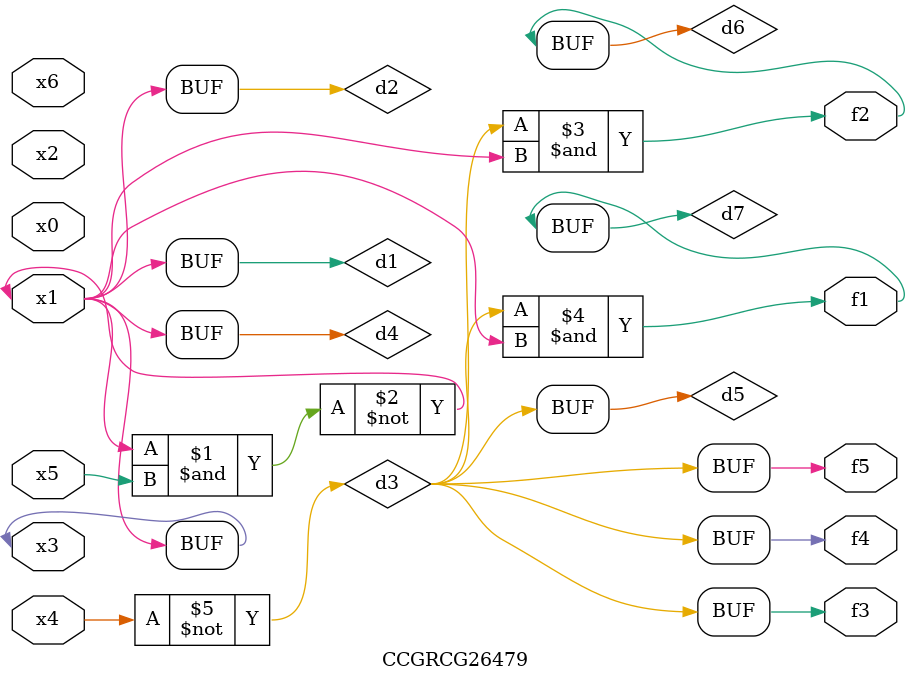
<source format=v>
module CCGRCG26479(
	input x0, x1, x2, x3, x4, x5, x6,
	output f1, f2, f3, f4, f5
);

	wire d1, d2, d3, d4, d5, d6, d7;

	buf (d1, x1, x3);
	nand (d2, x1, x5);
	not (d3, x4);
	buf (d4, d1, d2);
	buf (d5, d3);
	and (d6, d3, d4);
	and (d7, d3, d4);
	assign f1 = d7;
	assign f2 = d6;
	assign f3 = d5;
	assign f4 = d5;
	assign f5 = d5;
endmodule

</source>
